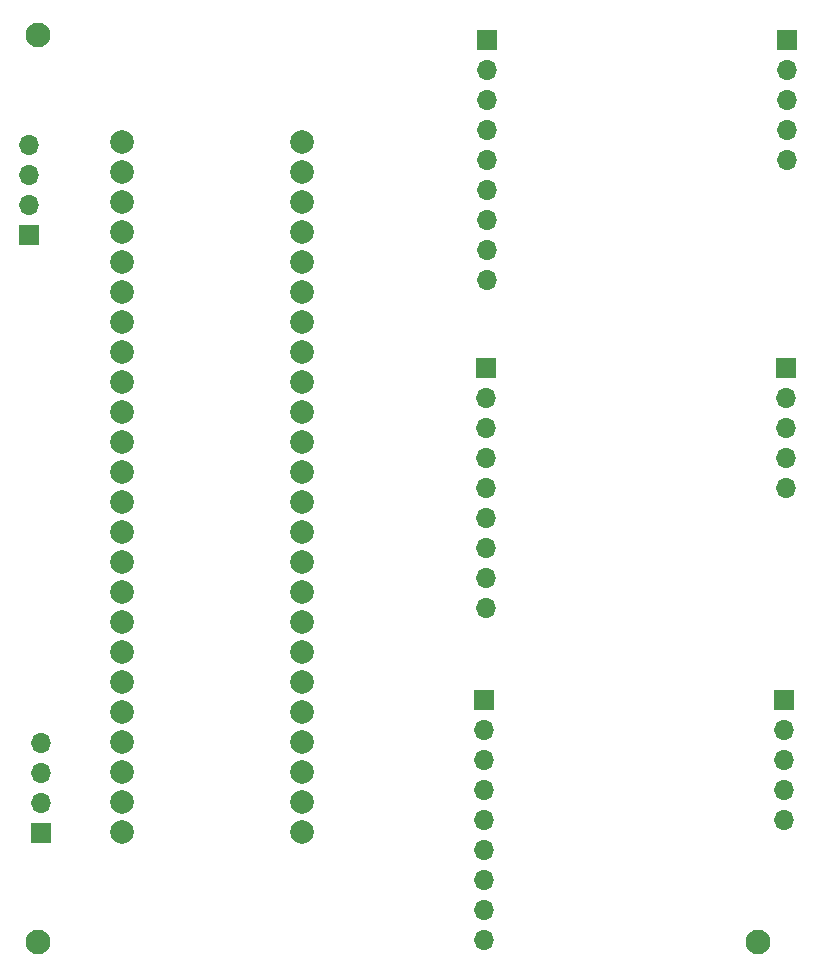
<source format=gbr>
%TF.GenerationSoftware,KiCad,Pcbnew,7.0.7*%
%TF.CreationDate,2024-06-05T22:00:53-04:00*%
%TF.ProjectId,Ground Receiver v2,47726f75-6e64-4205-9265-636569766572,rev?*%
%TF.SameCoordinates,Original*%
%TF.FileFunction,Soldermask,Bot*%
%TF.FilePolarity,Negative*%
%FSLAX46Y46*%
G04 Gerber Fmt 4.6, Leading zero omitted, Abs format (unit mm)*
G04 Created by KiCad (PCBNEW 7.0.7) date 2024-06-05 22:00:53*
%MOMM*%
%LPD*%
G01*
G04 APERTURE LIST*
%ADD10C,2.100000*%
%ADD11R,1.700000X1.700000*%
%ADD12O,1.700000X1.700000*%
%ADD13C,2.000000*%
G04 APERTURE END LIST*
D10*
%TO.C,H1*%
X118200000Y-63600000D03*
%TD*%
%TO.C,H2*%
X118200000Y-140400000D03*
%TD*%
D11*
%TO.C,J8*%
X118500000Y-131120000D03*
D12*
X118500000Y-128580000D03*
X118500000Y-126040000D03*
X118500000Y-123500000D03*
%TD*%
D11*
%TO.C,J7*%
X117500000Y-80500000D03*
D12*
X117500000Y-77960000D03*
X117500000Y-75420000D03*
X117500000Y-72880000D03*
%TD*%
D13*
%TO.C,Teensy4.1*%
X125315000Y-72625000D03*
X125315000Y-75165000D03*
X125315000Y-77705000D03*
X125315000Y-80245000D03*
X125315000Y-82785000D03*
X125315000Y-85325000D03*
X125315000Y-87865000D03*
X125315000Y-90405000D03*
X125315000Y-92945000D03*
X125315000Y-95485000D03*
X125315000Y-98025000D03*
X125315000Y-100565000D03*
X125315000Y-103105000D03*
X125315000Y-105645000D03*
X125315000Y-108185000D03*
X125315000Y-110725000D03*
X125315000Y-113265000D03*
X125315000Y-115805000D03*
X125315000Y-118345000D03*
X125315000Y-120885000D03*
X125315000Y-123425000D03*
X125315000Y-125965000D03*
X125315000Y-128505000D03*
X125315000Y-131045000D03*
X140555000Y-131045000D03*
X140555000Y-128505000D03*
X140555000Y-125965000D03*
X140555000Y-123425000D03*
X140555000Y-120885000D03*
X140555000Y-118345000D03*
X140555000Y-115805000D03*
X140555000Y-113265000D03*
X140555000Y-110725000D03*
X140555000Y-108185000D03*
X140555000Y-105645000D03*
X140555000Y-103105000D03*
X140555000Y-100565000D03*
X140555000Y-98025000D03*
X140555000Y-95485000D03*
X140555000Y-92945000D03*
X140555000Y-90405000D03*
X140555000Y-87865000D03*
X140555000Y-85325000D03*
X140555000Y-82785000D03*
X140555000Y-80245000D03*
X140555000Y-77705000D03*
X140555000Y-75165000D03*
X140555000Y-72625000D03*
%TD*%
D11*
%TO.C,J3*%
X156000000Y-119850000D03*
D12*
X156000000Y-122390000D03*
X156000000Y-124930000D03*
X156000000Y-127470000D03*
X156000000Y-130010000D03*
X156000000Y-132550000D03*
X156000000Y-135090000D03*
X156000000Y-137630000D03*
X156000000Y-140170000D03*
%TD*%
D11*
%TO.C,J5*%
X181550000Y-91800000D03*
D12*
X181550000Y-94340000D03*
X181550000Y-96880000D03*
X181550000Y-99420000D03*
X181550000Y-101960000D03*
%TD*%
D11*
%TO.C,J2*%
X156150000Y-91800000D03*
D12*
X156150000Y-94340000D03*
X156150000Y-96880000D03*
X156150000Y-99420000D03*
X156150000Y-101960000D03*
X156150000Y-104500000D03*
X156150000Y-107040000D03*
X156150000Y-109580000D03*
X156150000Y-112120000D03*
%TD*%
D11*
%TO.C,J4*%
X181650000Y-64000000D03*
D12*
X181650000Y-66540000D03*
X181650000Y-69080000D03*
X181650000Y-71620000D03*
X181650000Y-74160000D03*
%TD*%
D11*
%TO.C,J1*%
X156250000Y-64000000D03*
D12*
X156250000Y-66540000D03*
X156250000Y-69080000D03*
X156250000Y-71620000D03*
X156250000Y-74160000D03*
X156250000Y-76700000D03*
X156250000Y-79240000D03*
X156250000Y-81780000D03*
X156250000Y-84320000D03*
%TD*%
D11*
%TO.C,J6*%
X181400000Y-119850000D03*
D12*
X181400000Y-122390000D03*
X181400000Y-124930000D03*
X181400000Y-127470000D03*
X181400000Y-130010000D03*
%TD*%
D10*
%TO.C,H3*%
X179200000Y-140400000D03*
%TD*%
M02*

</source>
